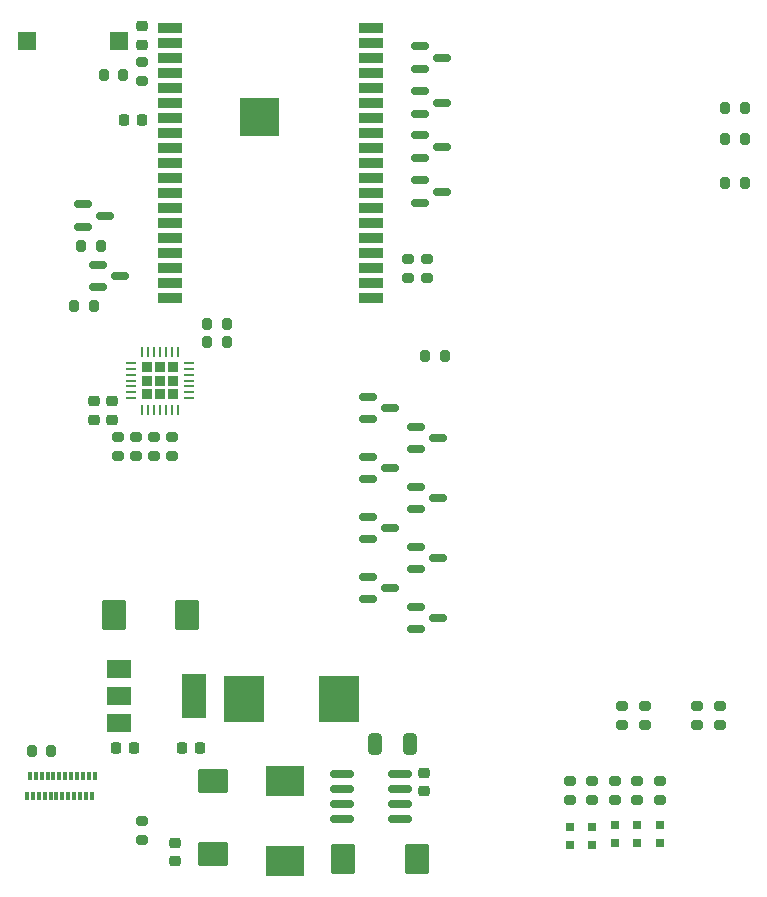
<source format=gbr>
%TF.GenerationSoftware,KiCad,Pcbnew,(6.0.1)*%
%TF.CreationDate,2023-01-07T21:21:10-08:00*%
%TF.ProjectId,ESP32 Dev Carrier - R1,45535033-3220-4446-9576-204361727269,rev?*%
%TF.SameCoordinates,Original*%
%TF.FileFunction,Paste,Top*%
%TF.FilePolarity,Positive*%
%FSLAX46Y46*%
G04 Gerber Fmt 4.6, Leading zero omitted, Abs format (unit mm)*
G04 Created by KiCad (PCBNEW (6.0.1)) date 2023-01-07 21:21:10*
%MOMM*%
%LPD*%
G01*
G04 APERTURE LIST*
G04 Aperture macros list*
%AMRoundRect*
0 Rectangle with rounded corners*
0 $1 Rounding radius*
0 $2 $3 $4 $5 $6 $7 $8 $9 X,Y pos of 4 corners*
0 Add a 4 corners polygon primitive as box body*
4,1,4,$2,$3,$4,$5,$6,$7,$8,$9,$2,$3,0*
0 Add four circle primitives for the rounded corners*
1,1,$1+$1,$2,$3*
1,1,$1+$1,$4,$5*
1,1,$1+$1,$6,$7*
1,1,$1+$1,$8,$9*
0 Add four rect primitives between the rounded corners*
20,1,$1+$1,$2,$3,$4,$5,0*
20,1,$1+$1,$4,$5,$6,$7,0*
20,1,$1+$1,$6,$7,$8,$9,0*
20,1,$1+$1,$8,$9,$2,$3,0*%
G04 Aperture macros list end*
%ADD10C,0.010000*%
%ADD11R,0.800000X0.800000*%
%ADD12RoundRect,0.200000X0.275000X-0.200000X0.275000X0.200000X-0.275000X0.200000X-0.275000X-0.200000X0*%
%ADD13RoundRect,0.200000X-0.200000X-0.275000X0.200000X-0.275000X0.200000X0.275000X-0.200000X0.275000X0*%
%ADD14R,1.500000X1.500000*%
%ADD15RoundRect,0.200000X-0.275000X0.200000X-0.275000X-0.200000X0.275000X-0.200000X0.275000X0.200000X0*%
%ADD16RoundRect,0.225000X-0.250000X0.225000X-0.250000X-0.225000X0.250000X-0.225000X0.250000X0.225000X0*%
%ADD17RoundRect,0.225000X0.225000X0.250000X-0.225000X0.250000X-0.225000X-0.250000X0.225000X-0.250000X0*%
%ADD18RoundRect,0.250000X0.325000X0.650000X-0.325000X0.650000X-0.325000X-0.650000X0.325000X-0.650000X0*%
%ADD19RoundRect,0.150000X0.825000X0.150000X-0.825000X0.150000X-0.825000X-0.150000X0.825000X-0.150000X0*%
%ADD20RoundRect,0.250000X-1.025000X0.787500X-1.025000X-0.787500X1.025000X-0.787500X1.025000X0.787500X0*%
%ADD21RoundRect,0.250000X0.787500X1.025000X-0.787500X1.025000X-0.787500X-1.025000X0.787500X-1.025000X0*%
%ADD22RoundRect,0.225000X0.250000X-0.225000X0.250000X0.225000X-0.250000X0.225000X-0.250000X-0.225000X0*%
%ADD23R,2.000000X1.500000*%
%ADD24R,2.000000X3.800000*%
%ADD25RoundRect,0.225000X-0.225000X-0.250000X0.225000X-0.250000X0.225000X0.250000X-0.225000X0.250000X0*%
%ADD26R,3.300000X2.500000*%
%ADD27R,2.000000X0.900000*%
%ADD28R,3.500000X4.000000*%
%ADD29RoundRect,0.150000X-0.587500X-0.150000X0.587500X-0.150000X0.587500X0.150000X-0.587500X0.150000X0*%
%ADD30RoundRect,0.200000X0.200000X0.275000X-0.200000X0.275000X-0.200000X-0.275000X0.200000X-0.275000X0*%
%ADD31R,0.300000X0.700000*%
%ADD32RoundRect,0.225000X-0.225000X-0.225000X0.225000X-0.225000X0.225000X0.225000X-0.225000X0.225000X0*%
%ADD33RoundRect,0.062500X-0.337500X-0.062500X0.337500X-0.062500X0.337500X0.062500X-0.337500X0.062500X0*%
%ADD34RoundRect,0.062500X-0.062500X-0.337500X0.062500X-0.337500X0.062500X0.337500X-0.062500X0.337500X0*%
G04 APERTURE END LIST*
D10*
%TO.C,U1*%
X28028616Y-7660000D02*
X31188616Y-7660000D01*
X31188616Y-7660000D02*
X31188616Y-10820000D01*
X31188616Y-10820000D02*
X28028616Y-10820000D01*
X28028616Y-10820000D02*
X28028616Y-7660000D01*
G36*
X31188616Y-10820000D02*
G01*
X28028616Y-10820000D01*
X28028616Y-7660000D01*
X31188616Y-7660000D01*
X31188616Y-10820000D01*
G37*
X31188616Y-10820000D02*
X28028616Y-10820000D01*
X28028616Y-7660000D01*
X31188616Y-7660000D01*
X31188616Y-10820000D01*
%TD*%
D11*
%TO.C,D12*%
X61639988Y-70793100D03*
X61639988Y-69293100D03*
%TD*%
D12*
%TO.C,R10*%
X61639988Y-67173100D03*
X61639988Y-65523100D03*
%TD*%
D13*
%TO.C,R14*%
X69069988Y-8563100D03*
X70719988Y-8563100D03*
%TD*%
D14*
%TO.C,SW1*%
X17774616Y-2848100D03*
X9974616Y-2848100D03*
%TD*%
D15*
%TO.C,R6*%
X43859988Y-21327100D03*
X43859988Y-22977100D03*
%TD*%
D16*
%TO.C,C3*%
X22455976Y-70782200D03*
X22455976Y-72332200D03*
%TD*%
D17*
%TO.C,C11*%
X24620653Y-62766535D03*
X23070653Y-62766535D03*
%TD*%
D18*
%TO.C,C2*%
X42378653Y-62411100D03*
X39428653Y-62411100D03*
%TD*%
D11*
%TO.C,D8*%
X63544988Y-70793100D03*
X63544988Y-69293100D03*
%TD*%
D12*
%TO.C,R4*%
X19716616Y-6286000D03*
X19716616Y-4636000D03*
%TD*%
D13*
%TO.C,R15*%
X69069988Y-11143100D03*
X70719988Y-11143100D03*
%TD*%
D12*
%TO.C,R5*%
X42208988Y-22977100D03*
X42208988Y-21327100D03*
%TD*%
D11*
%TO.C,D7*%
X59734988Y-70793100D03*
X59734988Y-69293100D03*
%TD*%
D19*
%TO.C,U2*%
X41582653Y-68761100D03*
X41582653Y-67491100D03*
X41582653Y-66221100D03*
X41582653Y-64951100D03*
X36632653Y-64951100D03*
X36632653Y-66221100D03*
X36632653Y-67491100D03*
X36632653Y-68761100D03*
%TD*%
D20*
%TO.C,C4*%
X25726988Y-65513600D03*
X25726988Y-71738600D03*
%TD*%
D12*
%TO.C,R26*%
X59734988Y-67173100D03*
X59734988Y-65523100D03*
%TD*%
D21*
%TO.C,C7*%
X42970153Y-72106100D03*
X36745153Y-72106100D03*
%TD*%
%TO.C,C10*%
X23516153Y-51463535D03*
X17291153Y-51463535D03*
%TD*%
D22*
%TO.C,C9*%
X19716616Y-3188000D03*
X19716616Y-1638000D03*
%TD*%
D17*
%TO.C,C8*%
X19729616Y-9525000D03*
X18179616Y-9525000D03*
%TD*%
D23*
%TO.C,U3*%
X17761653Y-56021535D03*
X17761653Y-58321535D03*
D24*
X24061653Y-58321535D03*
D23*
X17761653Y-60621535D03*
%TD*%
D12*
%TO.C,R27*%
X63544988Y-67173100D03*
X63544988Y-65523100D03*
%TD*%
D25*
%TO.C,C6*%
X17469653Y-62766535D03*
X19019653Y-62766535D03*
%TD*%
D16*
%TO.C,C5*%
X43607653Y-64831100D03*
X43607653Y-66381100D03*
%TD*%
D12*
%TO.C,R7*%
X19208616Y-38036000D03*
X19208616Y-36386000D03*
%TD*%
D13*
%TO.C,R3*%
X16478616Y-5769100D03*
X18128616Y-5769100D03*
%TD*%
D26*
%TO.C,D1*%
X31794988Y-65488100D03*
X31794988Y-72288100D03*
%TD*%
D27*
%TO.C,U1*%
X22108616Y-1740000D03*
X22108616Y-3010000D03*
X22108616Y-4280000D03*
X22108616Y-5550000D03*
X22108616Y-6820000D03*
X22108616Y-8090000D03*
X22108616Y-9360000D03*
X22108616Y-10630000D03*
X22108616Y-11900000D03*
X22108616Y-13170000D03*
X22108616Y-14440000D03*
X22108616Y-15710000D03*
X22108616Y-16980000D03*
X22108616Y-18250000D03*
X22108616Y-19520000D03*
X22108616Y-20790000D03*
X22108616Y-22060000D03*
X22108616Y-23330000D03*
X22108616Y-24600000D03*
X39108616Y-24600000D03*
X39108616Y-23330000D03*
X39108616Y-22060000D03*
X39108616Y-20790000D03*
X39108616Y-19520000D03*
X39108616Y-18250000D03*
X39108616Y-16980000D03*
X39108616Y-15710000D03*
X39108616Y-14440000D03*
X39108616Y-13170000D03*
X39108616Y-11900000D03*
X39108616Y-10630000D03*
X39108616Y-9360000D03*
X39108616Y-8090000D03*
X39108616Y-6820000D03*
X39108616Y-5550000D03*
X39108616Y-4280000D03*
X39108616Y-3010000D03*
X39108616Y-1740000D03*
%TD*%
D28*
%TO.C,L1*%
X36357653Y-58606100D03*
X28357653Y-58606100D03*
%TD*%
D13*
%TO.C,R25*%
X10351000Y-62992000D03*
X12001000Y-62992000D03*
%TD*%
D29*
%TO.C,D15*%
X38809988Y-38093100D03*
X38809988Y-39993100D03*
X40684988Y-39043100D03*
%TD*%
D16*
%TO.C,C13*%
X17176616Y-33388000D03*
X17176616Y-34938000D03*
%TD*%
D29*
%TO.C,D6*%
X38809988Y-48253100D03*
X38809988Y-50153100D03*
X40684988Y-49203100D03*
%TD*%
%TO.C,Q2*%
X15998488Y-21837100D03*
X15998488Y-23737100D03*
X17873488Y-22787100D03*
%TD*%
D15*
%TO.C,R20*%
X60369988Y-59173100D03*
X60369988Y-60823100D03*
%TD*%
%TO.C,R12*%
X20732616Y-36386000D03*
X20732616Y-38036000D03*
%TD*%
D30*
%TO.C,R11*%
X16223616Y-20193000D03*
X14573616Y-20193000D03*
%TD*%
D31*
%TO.C,J2*%
X10204000Y-65084000D03*
X10704000Y-65084000D03*
X11204000Y-65084000D03*
X11704000Y-65084000D03*
X12204000Y-65084000D03*
X12704000Y-65084000D03*
X13204000Y-65084000D03*
X13704000Y-65084000D03*
X14204000Y-65084000D03*
X14704000Y-65084000D03*
X15204000Y-65084000D03*
X15704000Y-65084000D03*
X15454000Y-66784000D03*
X14954000Y-66784000D03*
X14454000Y-66784000D03*
X13954000Y-66784000D03*
X13454000Y-66784000D03*
X12954000Y-66784000D03*
X12454000Y-66784000D03*
X11954000Y-66784000D03*
X11454000Y-66784000D03*
X10954000Y-66784000D03*
X10454000Y-66784000D03*
X9954000Y-66784000D03*
%TD*%
D29*
%TO.C,D10*%
X38809988Y-43173100D03*
X38809988Y-45073100D03*
X40684988Y-44123100D03*
%TD*%
D15*
%TO.C,R13*%
X57829988Y-65523100D03*
X57829988Y-67173100D03*
%TD*%
%TO.C,R21*%
X62274988Y-59173100D03*
X62274988Y-60823100D03*
%TD*%
%TO.C,R19*%
X66719988Y-59173100D03*
X66719988Y-60823100D03*
%TD*%
D29*
%TO.C,D18*%
X43210000Y-3330000D03*
X43210000Y-5230000D03*
X45085000Y-4280000D03*
%TD*%
D13*
%TO.C,R22*%
X69069988Y-14913100D03*
X70719988Y-14913100D03*
%TD*%
%TO.C,R1*%
X25241616Y-26797000D03*
X26891616Y-26797000D03*
%TD*%
D15*
%TO.C,R16*%
X55924988Y-65523100D03*
X55924988Y-67173100D03*
%TD*%
D12*
%TO.C,R17*%
X22256616Y-38036000D03*
X22256616Y-36386000D03*
%TD*%
D29*
%TO.C,D16*%
X43254988Y-10872100D03*
X43254988Y-12772100D03*
X45129988Y-11822100D03*
%TD*%
D11*
%TO.C,D3*%
X57829988Y-69408100D03*
X57829988Y-70908100D03*
%TD*%
D15*
%TO.C,R8*%
X17684616Y-36386000D03*
X17684616Y-38036000D03*
%TD*%
D29*
%TO.C,D11*%
X38809988Y-33013100D03*
X38809988Y-34913100D03*
X40684988Y-33963100D03*
%TD*%
%TO.C,D9*%
X42922488Y-45713100D03*
X42922488Y-47613100D03*
X44797488Y-46663100D03*
%TD*%
%TO.C,Q1*%
X14715116Y-16703000D03*
X14715116Y-18603000D03*
X16590116Y-17653000D03*
%TD*%
D32*
%TO.C,U4*%
X20120616Y-32743000D03*
X20120616Y-30503000D03*
X22360616Y-32743000D03*
X22360616Y-30503000D03*
X22360616Y-31623000D03*
X20120616Y-31623000D03*
X21240616Y-31623000D03*
X21240616Y-32743000D03*
X21240616Y-30503000D03*
D33*
X18790616Y-30123000D03*
X18790616Y-30623000D03*
X18790616Y-31123000D03*
X18790616Y-31623000D03*
X18790616Y-32123000D03*
X18790616Y-32623000D03*
X18790616Y-33123000D03*
D34*
X19740616Y-34073000D03*
X20240616Y-34073000D03*
X20740616Y-34073000D03*
X21240616Y-34073000D03*
X21740616Y-34073000D03*
X22240616Y-34073000D03*
X22740616Y-34073000D03*
D33*
X23690616Y-33123000D03*
X23690616Y-32623000D03*
X23690616Y-32123000D03*
X23690616Y-31623000D03*
X23690616Y-31123000D03*
X23690616Y-30623000D03*
X23690616Y-30123000D03*
D34*
X22740616Y-29173000D03*
X22240616Y-29173000D03*
X21740616Y-29173000D03*
X21240616Y-29173000D03*
X20740616Y-29173000D03*
X20240616Y-29173000D03*
X19740616Y-29173000D03*
%TD*%
D13*
%TO.C,R2*%
X25241616Y-28321000D03*
X26891616Y-28321000D03*
%TD*%
D29*
%TO.C,D17*%
X43254988Y-14682100D03*
X43254988Y-16582100D03*
X45129988Y-15632100D03*
%TD*%
D11*
%TO.C,D4*%
X55924988Y-69408100D03*
X55924988Y-70908100D03*
%TD*%
D29*
%TO.C,D13*%
X42922488Y-35553100D03*
X42922488Y-37453100D03*
X44797488Y-36503100D03*
%TD*%
D12*
%TO.C,R24*%
X19685000Y-70548000D03*
X19685000Y-68898000D03*
%TD*%
D29*
%TO.C,D5*%
X42922488Y-50793100D03*
X42922488Y-52693100D03*
X44797488Y-51743100D03*
%TD*%
%TO.C,D2*%
X43210000Y-7140000D03*
X43210000Y-9040000D03*
X45085000Y-8090000D03*
%TD*%
D13*
%TO.C,R9*%
X13951988Y-25273000D03*
X15601988Y-25273000D03*
%TD*%
D30*
%TO.C,R23*%
X45319988Y-29518100D03*
X43669988Y-29518100D03*
%TD*%
D16*
%TO.C,C12*%
X15652616Y-33388000D03*
X15652616Y-34938000D03*
%TD*%
D15*
%TO.C,R18*%
X68624988Y-59173100D03*
X68624988Y-60823100D03*
%TD*%
D29*
%TO.C,D14*%
X42922488Y-40633100D03*
X42922488Y-42533100D03*
X44797488Y-41583100D03*
%TD*%
M02*

</source>
